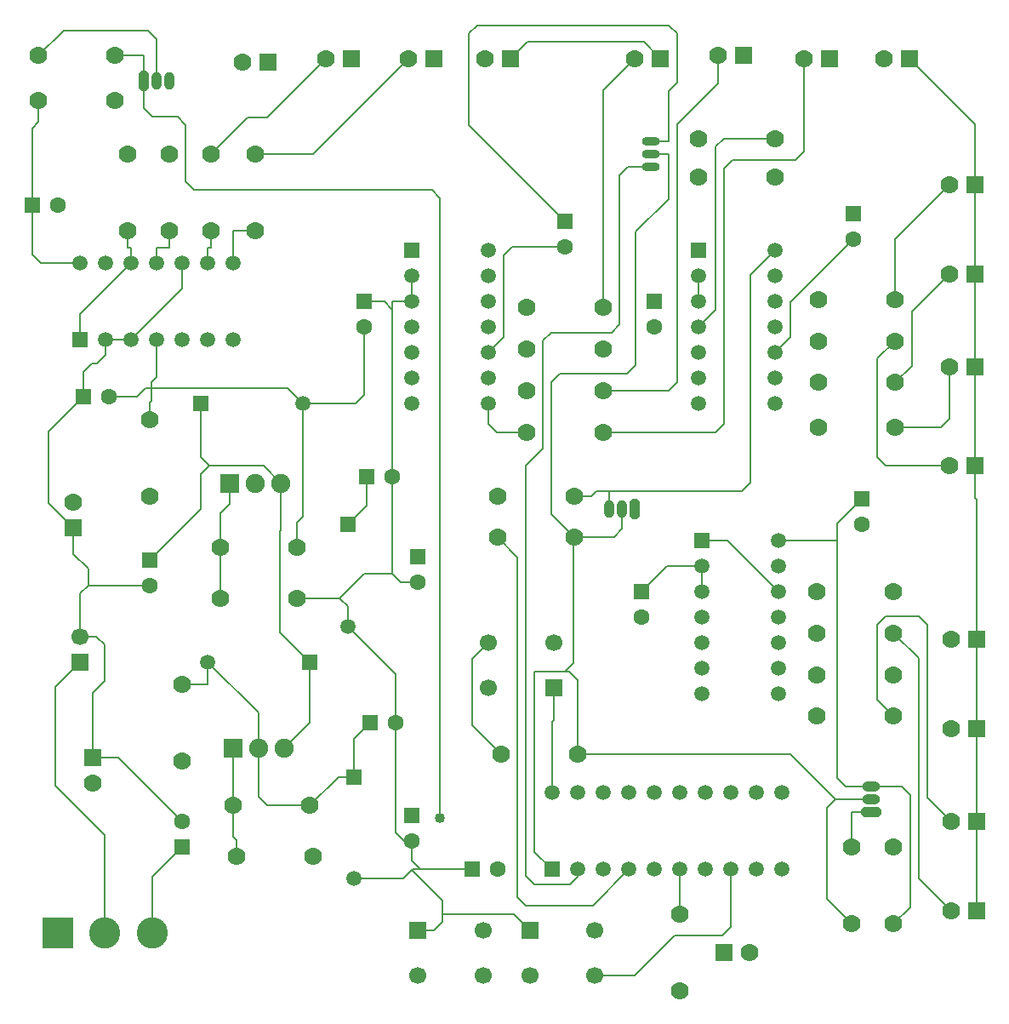
<source format=gbr>
G04 DipTrace 3.1.0.1*
G04 Bottom.gbr*
%MOIN*%
G04 #@! TF.FileFunction,Copper,L2,Bot*
G04 #@! TF.Part,Single*
%AMOUTLINE0*
4,1,8,
0.019685,0.029528,
0.009843,0.03937,
-0.009843,0.03937,
-0.019685,0.029528,
-0.019685,-0.029528,
-0.009843,-0.03937,
0.009843,-0.03937,
0.019685,-0.029528,
0.019685,0.029528,
0*%
%AMOUTLINE3*
4,1,8,
0.029528,-0.019685,
0.03937,-0.009843,
0.03937,0.009843,
0.029528,0.019685,
-0.029528,0.019685,
-0.03937,0.009843,
-0.03937,-0.009843,
-0.029528,-0.019685,
0.029528,-0.019685,
0*%
%AMOUTLINE6*
4,1,8,
-0.019685,-0.029528,
-0.009843,-0.03937,
0.009843,-0.03937,
0.019685,-0.029528,
0.019685,0.029528,
0.009843,0.03937,
-0.009843,0.03937,
-0.019685,0.029528,
-0.019685,-0.029528,
0*%
G04 #@! TA.AperFunction,Conductor*
%ADD13C,0.006*%
G04 #@! TA.AperFunction,ComponentPad*
%ADD14R,0.074803X0.074803*%
%ADD15C,0.074803*%
%ADD16C,0.07*%
%ADD17C,0.07*%
%ADD18R,0.059055X0.059055*%
%ADD19C,0.059055*%
%ADD20C,0.062992*%
%ADD21R,0.062992X0.062992*%
%ADD22R,0.07X0.07*%
%ADD23R,0.066929X0.066929*%
%ADD24C,0.066929*%
%ADD25R,0.122047X0.122047*%
%ADD26C,0.122047*%
%ADD27O,0.04X0.07*%
%ADD28O,0.07X0.04*%
%ADD29O,0.07X0.035*%
G04 #@! TA.AperFunction,ViaPad*
%ADD30C,0.04*%
G04 #@! TA.AperFunction,ComponentPad*
%ADD77OUTLINE0*%
%ADD80OUTLINE3*%
%ADD83OUTLINE6*%
%FSLAX26Y26*%
G04*
G70*
G90*
G75*
G01*
G04 Bottom*
%LPD*%
X3531500Y2969000D2*
D13*
X3591028Y3028528D1*
Y3166534D1*
X3837493Y3413000D1*
X4319000Y781500D2*
Y1131500D1*
X2406500Y2969000D2*
X2466028Y3028528D1*
Y3348500D1*
X2499028Y3381500D1*
X2706500D1*
X1206500Y3319000D2*
Y3219000D1*
X1006500Y3019000D1*
X1656500Y2006500D2*
X1823500D1*
X1856500Y1973500D1*
Y1896362D1*
X2569000Y706500D2*
X2505535Y769965D1*
X2227969D1*
Y739501D1*
X2194969Y706500D1*
X2131500D1*
X1881500Y908862D2*
X2073500D1*
X2106500Y941862D1*
X2227969Y820394D1*
Y769965D1*
X2662406Y1654335D2*
Y1527819D1*
X2656501Y1521915D1*
Y1244000D1*
X2106500Y3269000D2*
Y3169000D1*
X1823500Y2006500D2*
X1919000Y2102000D1*
X2031500D1*
Y2481500D1*
X3081500Y4119000D2*
X3016500Y4184000D1*
X2559000D1*
X2494000Y4119000D1*
X781500Y2281500D2*
Y2179500D1*
X839500Y2121500D1*
Y2056500D1*
X806500Y2023500D1*
Y1856500D1*
X3244000Y2031500D2*
Y2131500D1*
X2106500Y1056500D2*
Y977000D1*
X2139500Y944000D1*
X2344000D1*
X2031500Y2102000D2*
X2064500Y2069000D1*
X2131500D1*
X3231500Y3269000D2*
Y3169000D1*
X4312493Y3625500D2*
Y3863007D1*
X4056500Y4119000D1*
X4312493Y3275500D2*
Y3625500D1*
Y2913000D2*
Y3275500D1*
Y2525500D2*
Y2913000D1*
X4319000Y1844000D2*
Y2391249D1*
X4312493Y2397756D1*
Y2525500D1*
X4319000Y1494000D2*
Y1844000D1*
Y1131500D2*
Y1494000D1*
X856500Y1381500D2*
X956500D1*
X1206500Y1131500D1*
X806500Y1856500D2*
X869965D1*
X902965Y1823500D1*
Y1683268D1*
X856500Y1636803D1*
Y1381500D1*
X1081500Y2056500D2*
X839500D1*
X819000Y2794000D2*
X683500Y2658500D1*
Y2379500D1*
X781500Y2281500D1*
X906500Y3019000D2*
Y2959472D1*
X873500Y2926472D1*
X852000D1*
X819000Y2893472D1*
Y2794000D1*
X1006500Y3019000D2*
X906500D1*
X2106500Y941862D2*
X2108638Y944000D1*
X2139500D1*
X2106500Y1056500D2*
D3*
X2044000Y1519000D2*
Y1087996D1*
X2075496Y1056500D1*
X2106500D1*
X1856500Y1896362D2*
X2044000Y1708862D1*
Y1519000D1*
X2106500Y3169000D2*
X2031500D1*
Y3135996D1*
X1998496Y3169000D1*
X1919000D1*
X2031500Y2481500D2*
Y3135996D1*
X3244000Y2131500D2*
X3106500D1*
X3006500Y2031500D1*
X1081500Y2156500D2*
X1281500Y2356500D1*
Y2490906D1*
X1314500Y2523906D1*
X1526594D1*
X1594000Y2456500D1*
X1206500Y1031500D2*
X1089079Y914079D1*
Y694000D1*
X1314500Y2523906D2*
X1281500Y2556906D1*
Y2769000D1*
X1705319Y1756500D2*
Y1517819D1*
X1606500Y1419000D1*
X1594000Y2456500D2*
Y2272752D1*
X1591500Y2270252D1*
Y1870319D1*
X1705319Y1756500D1*
X4212493Y2525500D2*
X3963496D1*
X3930496Y2558500D1*
Y2943503D1*
X3999993Y3013000D1*
X4219000Y781500D2*
X4092000Y908500D1*
Y1771000D1*
X3994000Y1869000D1*
X1356500Y2006500D2*
Y2206500D1*
Y2337346D1*
X1394000Y2374846D1*
Y2456500D1*
X4212493Y3625500D2*
X3999993Y3413000D1*
Y3175500D1*
X4212493Y3275500D2*
X4064996Y3128003D1*
Y2915503D1*
X3999993Y2850500D1*
X1406500Y1419000D2*
Y1194000D1*
Y1071500D1*
X1419000Y1059000D1*
Y994000D1*
X4212493Y2913000D2*
Y2708500D1*
X4179493Y2675500D1*
X3999993D1*
X2444000Y2244000D2*
X2521500Y2166500D1*
Y835965D1*
X2554500Y802965D1*
X2815465D1*
X2956500Y944000D1*
X4219000Y1131500D2*
X4125000Y1225500D1*
Y1901000D1*
X4092000Y1934000D1*
X3962000D1*
X3929000Y1901000D1*
Y1609000D1*
X3994000Y1544000D1*
X3544000Y2031500D2*
X3344000Y2231500D1*
X3244000D1*
X2856500Y3144000D2*
Y3994000D1*
X2981500Y4119000D1*
X3306500Y4131500D2*
Y4022741D1*
X3146370Y3862612D1*
Y2852000D1*
X3113370Y2819000D1*
X2856500D1*
X3644000Y4119000D2*
Y3754500D1*
X3611000Y3721500D1*
X3362500D1*
X3329500Y3688500D1*
Y2689500D1*
X3296500Y2656500D1*
X2856500D1*
X2556500D2*
X2439500D1*
X2406500Y2689500D1*
Y2769000D1*
X1769000Y4119000D2*
X1539017Y3889017D1*
X1464017D1*
X1319000Y3744000D1*
X2094000Y4119000D2*
X1719000Y3744000D1*
X1494000D1*
X994000Y3444000D2*
Y3378528D1*
X1006500D1*
Y3319000D1*
X806500Y3119000D1*
Y3019000D1*
X1156500Y3444000D2*
Y3378528D1*
X1106500D1*
Y3319000D1*
X1319000Y3444000D2*
Y3378528D1*
X1306500D1*
Y3319000D1*
X1494000Y3444000D2*
X1406500D1*
Y3319000D1*
X2456500Y1394000D2*
X2343035Y1507465D1*
Y1768035D1*
X2406500Y1831500D1*
X3044000Y3694000D2*
X2954500D1*
X2921500Y3661000D1*
Y3079500D1*
X2888500Y3046500D1*
X2654500D1*
X2621500Y3013500D1*
Y2592000D1*
X2554500Y2525000D1*
Y917472D1*
X2587500Y884472D1*
X2726972D1*
X2756500Y914000D1*
Y944000D1*
X3156501D2*
X3156500Y769000D1*
X904039Y694000D2*
Y1076996D1*
X710035Y1271000D1*
Y1660035D1*
X806500Y1756500D1*
X2824906Y529335D2*
X2981165D1*
X3135831Y684000D1*
X3323500D1*
X3356501Y717001D1*
Y944000D1*
X3531500Y3369000D2*
X3433504Y3271004D1*
Y2458870D1*
X3400504Y2425870D1*
X2881500D1*
X2828370D1*
X2809000Y2406500D1*
X2744000D1*
X2881500Y2425870D2*
Y2356500D1*
X3994000Y731500D2*
X4059000Y796500D1*
Y1236000D1*
X4026000Y1269000D1*
X3906500D1*
X3807504D1*
X3774504Y1302000D1*
Y2231500D1*
Y2299504D1*
X3869000Y2394000D1*
X3774504Y2231500D2*
X3544000D1*
X2706500Y3481500D2*
X2328996Y3859004D1*
Y4217000D1*
X2361996Y4250000D1*
X3113500D1*
X3146500Y4217000D1*
Y4025244D1*
X3113370Y3992114D1*
Y3794000D1*
X3044000D1*
X644000Y3956500D2*
Y3871000D1*
X619000Y3846000D1*
Y3544000D1*
Y3352000D1*
X652000Y3319000D1*
X806500D1*
X3831500Y1031500D2*
Y1169000D1*
X3906500D1*
X2217996Y1145008D2*
Y3572496D1*
X2184996Y3605496D1*
X1254500D1*
X1221500Y3638496D1*
Y3858504D1*
X1188500Y3891504D1*
X1089500D1*
X1056500Y3924504D1*
Y4031500D1*
Y4131500D1*
X944000D1*
X3231500Y3069000D2*
X3296500Y3134000D1*
Y3773500D1*
X3329500Y3806500D1*
X3531500D1*
X919000Y2794000D2*
X1029713D1*
X1064240Y2828528D1*
X1087500D1*
X1619610D1*
X1679138Y2769000D1*
X1106500Y3019000D2*
Y2871028D1*
X1087500Y2852028D1*
Y2828528D1*
X1656500Y2206500D2*
Y2302980D1*
X1679138Y2325618D1*
Y2769000D1*
X1856500Y2294000D2*
X1931500Y2369000D1*
Y2481500D1*
X1679138Y2769000D2*
X1886000D1*
X1919000Y2802000D1*
Y3069000D1*
X1087500Y2828528D2*
Y2777500D1*
X1081500Y2771500D1*
Y2706500D1*
X2931500Y2356500D2*
Y2277000D1*
X2898500Y2244000D1*
X2744000D1*
X2656500Y944000D2*
X2587500Y1013000D1*
Y1717799D1*
X2708000D1*
X2723500D1*
X2756500Y1684799D1*
Y1394000D1*
X1944000Y1519000D2*
X1881500Y1456500D1*
Y1306500D1*
X2744000Y2244000D2*
D3*
X2756500Y1394000D2*
X3591500D1*
X3766500Y1219000D1*
X3733500Y1186000D1*
Y829500D1*
X3831500Y731500D1*
X1106500Y4031500D2*
Y4196500D1*
X1073500Y4229500D1*
X742000D1*
X644000Y4131500D1*
X2744000Y2244000D2*
X2654500Y2333500D1*
Y2851000D1*
X2687500Y2884000D1*
X2951472D1*
X2984472Y2917000D1*
Y3440622D1*
X3113370Y3569520D1*
Y3744000D1*
X3044000D1*
X3766500Y1219000D2*
X3906500D1*
X1307681Y1756500D2*
Y1669000D1*
X1206500D1*
X1506500Y1419000D2*
Y1557681D1*
X1307681Y1756500D1*
X1706500Y1194000D2*
X1539500D1*
X1506500Y1227000D1*
Y1419000D1*
X1881500Y1306500D2*
X1819000D1*
X1706500Y1194000D1*
X2744000Y2244000D2*
X2741000Y2241000D1*
Y1750799D1*
X2708000Y1717799D1*
D30*
X2217996Y1145008D3*
D14*
X1394000Y2456500D3*
D15*
X1494000D3*
X1594000D3*
D16*
X1656500Y2206500D3*
D17*
X1356500D3*
D16*
Y2006500D3*
D17*
X1656500D3*
D18*
X1281500Y2769000D3*
D19*
X1679138D3*
D20*
X1081500Y2056500D3*
D21*
Y2156500D3*
D18*
X1856500Y2294000D3*
D19*
Y1896362D3*
D20*
X2131500Y2069000D3*
D21*
Y2169000D3*
X1931500Y2481500D3*
D20*
X2031500D3*
D16*
X1081500Y2706500D3*
D17*
Y2406500D3*
D16*
X781500Y2381500D3*
D22*
Y2281500D3*
D14*
X1406500Y1419000D3*
D15*
X1506500D3*
X1606500D3*
D16*
X1706500Y1194000D3*
D17*
X1406500D3*
D16*
X1419000Y994000D3*
D17*
X1719000D3*
D18*
X1705319Y1756500D3*
D19*
X1307681D3*
D20*
X1206500Y1131500D3*
D21*
Y1031500D3*
D18*
X1881500Y1306500D3*
D19*
Y908862D3*
D20*
X2106500Y1056500D3*
D21*
Y1156500D3*
X1944000Y1519000D3*
D20*
X2044000D3*
D16*
X1206500Y1669000D3*
D17*
Y1369000D3*
D16*
X856500Y1281500D3*
D22*
Y1381500D3*
D23*
X806500Y1756500D3*
D24*
Y1856500D3*
D18*
X3231500Y3369000D3*
D19*
Y3269000D3*
Y3169000D3*
Y3069000D3*
Y2969000D3*
Y2869000D3*
Y2769000D3*
X3531500D3*
Y2869000D3*
Y2969000D3*
Y3069000D3*
Y3169000D3*
Y3269000D3*
Y3369000D3*
D16*
X3699993Y3175500D3*
D17*
X3999993D3*
D16*
X4212493Y3625500D3*
D22*
X4312493D3*
D16*
X3699993Y3013000D3*
D17*
X3999993D3*
D16*
X4212493Y2525500D3*
D22*
X4312493D3*
D16*
X3699993Y2850500D3*
D17*
X3999993D3*
D16*
X4212493Y3275500D3*
D22*
X4312493D3*
D16*
X3699993Y2675500D3*
D17*
X3999993D3*
D16*
X4212493Y2913000D3*
D22*
X4312493D3*
D20*
X3837493Y3413000D3*
D21*
Y3513000D3*
D20*
X3056500Y3069000D3*
D21*
Y3169000D3*
D18*
X3244000Y2231500D3*
D19*
Y2131500D3*
Y2031500D3*
Y1931500D3*
Y1831500D3*
Y1731500D3*
Y1631500D3*
X3544000D3*
Y1731500D3*
Y1831500D3*
Y1931500D3*
Y2031500D3*
Y2131500D3*
Y2231500D3*
D16*
X3694000Y2031500D3*
D17*
X3994000D3*
D16*
X4219000Y1844000D3*
D22*
X4319000D3*
D16*
X3694000Y1869000D3*
D17*
X3994000D3*
D16*
X4219000Y781500D3*
D22*
X4319000D3*
D16*
X3694000Y1706500D3*
D17*
X3994000D3*
D16*
X4219000Y1494000D3*
D22*
X4319000D3*
D16*
X3694000Y1544000D3*
D17*
X3994000D3*
D16*
X4219000Y1131500D3*
D22*
X4319000D3*
D20*
X3869000Y2294000D3*
D21*
Y2394000D3*
D20*
X3006500Y1931500D3*
D21*
Y2031500D3*
D18*
X2106500Y3369000D3*
D19*
Y3269000D3*
Y3169000D3*
Y3069000D3*
Y2969000D3*
Y2869000D3*
Y2769000D3*
X2406500D3*
Y2869000D3*
Y2969000D3*
Y3069000D3*
Y3169000D3*
Y3269000D3*
Y3369000D3*
D16*
X2556500Y3144000D3*
D17*
X2856500D3*
D16*
X2981500Y4119000D3*
D22*
X3081500D3*
D16*
X2556500Y2981500D3*
D17*
X2856500D3*
D16*
X3956500Y4119000D3*
D22*
X4056500D3*
D16*
X2556500Y2819000D3*
D17*
X2856500D3*
D16*
X3306500Y4131500D3*
D22*
X3406500D3*
D16*
X2556500Y2656500D3*
D17*
X2856500D3*
D16*
X3644000Y4119000D3*
D22*
X3744000D3*
D20*
X2706500Y3381500D3*
D21*
Y3481500D3*
D20*
X1919000Y3069000D3*
D21*
Y3169000D3*
D18*
X806500Y3019000D3*
D19*
X906500D3*
X1006500D3*
X1106500D3*
X1206500D3*
X1306500D3*
X1406500D3*
Y3319000D3*
X1306500D3*
X1206500D3*
X1106500D3*
X1006500D3*
X906500D3*
X806500D3*
D16*
X994000Y3444000D3*
D17*
Y3744000D3*
D16*
X1444000Y4106500D3*
D22*
X1544000D3*
D16*
X1156500Y3444000D3*
D17*
Y3744000D3*
D16*
X2394000Y4119000D3*
D22*
X2494000D3*
D16*
X1319000Y3444000D3*
D17*
Y3744000D3*
D16*
X1769000Y4119000D3*
D22*
X1869000D3*
D16*
X1494000Y3444000D3*
D17*
Y3744000D3*
D16*
X2094000Y4119000D3*
D22*
X2194000D3*
D20*
X719000Y3544000D3*
D21*
X619000D3*
D20*
X919000Y2794000D3*
D21*
X819000D3*
D18*
X2656500Y944000D3*
D19*
X2756500D3*
X2856500D3*
X2956500D3*
X3056501D3*
X3156501D3*
X3256500D3*
X3356501D3*
X3456501D3*
X3556500D3*
X2656501Y1244000D3*
X2756501D3*
X2856501D3*
X2956500D3*
X3056501D3*
X3156501D3*
X3256500D3*
X3356501D3*
X3456501D3*
X3556500D3*
D20*
X2444000Y944000D3*
D21*
X2344000D3*
D25*
X719000Y694000D3*
D26*
X904039D3*
X1089079D3*
D16*
X3156500Y469000D3*
D17*
Y769000D3*
D16*
X3431500Y619000D3*
D22*
X3331500D3*
D23*
X2131500Y706500D3*
D24*
Y529335D3*
X2387406D3*
Y706500D3*
D23*
X2569000D3*
D24*
Y529335D3*
X2824906D3*
Y706500D3*
D23*
X2662406Y1654335D3*
D24*
Y1831500D3*
X2406500D3*
Y1654335D3*
D16*
X2756500Y1394000D3*
D17*
X2456500D3*
D77*
X2981500Y2356500D3*
D27*
X2931500D3*
X2881500D3*
D16*
X2744000Y2244000D3*
D17*
X2444000D3*
D16*
Y2406500D3*
D17*
X2744000D3*
D80*
X3906500Y1169000D3*
D28*
Y1219000D3*
Y1269000D3*
D16*
X3831500Y1031500D3*
D17*
Y731500D3*
D16*
X3994000Y1031500D3*
D17*
Y731500D3*
D29*
X3044000Y3694000D3*
Y3744000D3*
Y3794000D3*
D16*
X3231500Y3656500D3*
D17*
X3531500D3*
D16*
Y3806500D3*
D17*
X3231500D3*
D83*
X1056500Y4031500D3*
D27*
X1106500D3*
X1156500D3*
D16*
X944000Y4131500D3*
D17*
X644000D3*
D16*
X944000Y3956500D3*
D17*
X644000D3*
M02*

</source>
